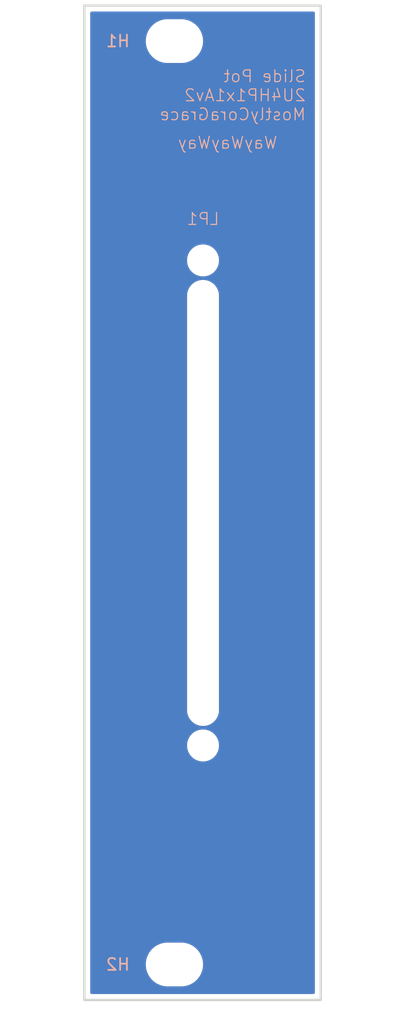
<source format=kicad_pcb>
(kicad_pcb (version 20241229) (generator "pcbnew") (generator_version "9.0")
  (layers (0 "F.Cu" signal) (2 "B.Cu" signal) (13 "F.Paste" user) (15 "B.Paste" user) (5 "F.SilkS" user "F.Silkscreen") (7 "B.SilkS" user "B.Silkscreen") (1 "F.Mask" user) (3 "B.Mask" user) (25 "Edge.Cuts" user))
  (net 0 "")
  (footprint "EXC:MountingHole_3.2mm_M3" (layer "F.Cu") (at 7.62 83.475)
    (property "Reference" "H2" (at -3.683 0 0) (layer "B.SilkS") (effects (justify left mirror)))
    (property "Value" "Eurorack_M3_MountingHole")
    (pad "" np_thru_hole oval (at 0 0) (size 4.34 3.2) (drill oval 4.34 3.2) (layers "*.Cu" "*.Mask"))
  )
  (footprint "EXC:MountingHole_3.2mm_M3" (layer "F.Cu") (at 7.62 5.425)
    (property "Reference" "H1" (at -3.683 0 0) (layer "B.SilkS") (effects (justify left mirror)))
    (property "Value" "Eurorack_M3_MountingHole")
    (pad "" np_thru_hole oval (at 0 0) (size 4.34 3.2) (drill oval 4.34 3.2) (layers "*.Cu" "*.Mask"))
  )
  (footprint "EXC:Linear_Potentiometer_45mm_M2_Panel_Mount" (layer "F.Cu") (at 10.04 44.4625)
    (property "Reference" "LP1" (at 0 -24.003 0) (layer "B.SilkS") (effects (font (thickness 0.1)) (justify mirror)))
    (property "Value" "Linear_Potentiometer_45mm_M2_Panel_Mount")
    (pad "" np_thru_hole circle (at 0 -20.5) (size 2.2 2.2) (drill 2.2) (layers "*.Cu" "*.Mask"))
    (pad "" np_thru_hole oval (at 0 0) (size 2.2 37.2) (drill oval 2.2 37.2) (layers "*.Cu" "*.Mask"))
    (pad "" np_thru_hole circle (at 0 20.5) (size 2.2 2.2) (drill 2.2) (layers "*.Cu" "*.Mask"))
  )
  (gr_rect (start 0 2.425) (end 20 86.475) (stroke (width 0.2)) (fill no) (layer "Edge.Cuts"))
  (gr_text "WayWayWay" (at 16.4 14.6 0) (layer "B.SilkS") (effects (font (size 1 1) (thickness 0.1)) (justify left bottom mirror)))
  (gr_text "Slide Pot\n2U4HP1x1Av2\nMostlyCoraGrace" (at 18.8 12.2 0) (layer "B.SilkS") (effects (font (size 1 1) (thickness 0.1)) (justify left bottom mirror)))
  (zone (net 0) (net_name "") (layers "F.Cu" "B.Cu") (connect_pads (clearance 0.5)) (min_thickness 0.25) (fill yes (thermal_gap 0.5) (thermal_bridge_width 0.5) (island_removal_mode 1) (island_area_min 10))
    (polygon (pts (xy 0 2.425) (xy 20 2.425) (xy 20 86.475) (xy 0 86.475)))
  )
)
</source>
